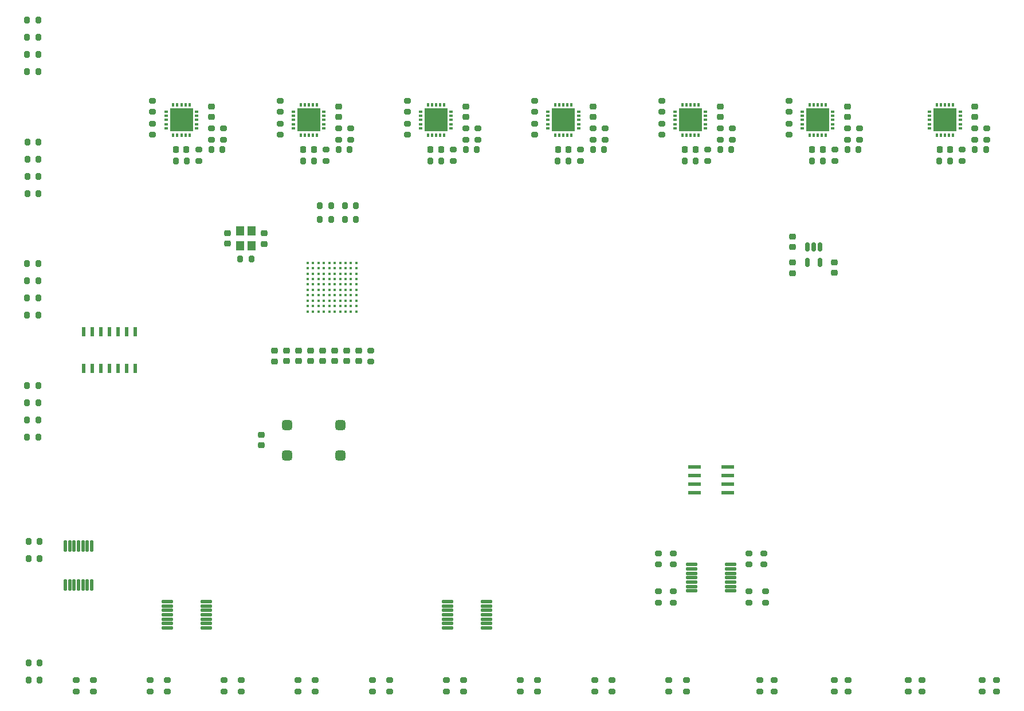
<source format=gbr>
%TF.GenerationSoftware,KiCad,Pcbnew,6.0.0*%
%TF.CreationDate,2022-01-12T19:51:10-05:00*%
%TF.ProjectId,sensor-board,73656e73-6f72-42d6-926f-6172642e6b69,-1*%
%TF.SameCoordinates,Original*%
%TF.FileFunction,Paste,Top*%
%TF.FilePolarity,Positive*%
%FSLAX46Y46*%
G04 Gerber Fmt 4.6, Leading zero omitted, Abs format (unit mm)*
G04 Created by KiCad (PCBNEW 6.0.0) date 2022-01-12 19:51:10*
%MOMM*%
%LPD*%
G01*
G04 APERTURE LIST*
G04 Aperture macros list*
%AMRoundRect*
0 Rectangle with rounded corners*
0 $1 Rounding radius*
0 $2 $3 $4 $5 $6 $7 $8 $9 X,Y pos of 4 corners*
0 Add a 4 corners polygon primitive as box body*
4,1,4,$2,$3,$4,$5,$6,$7,$8,$9,$2,$3,0*
0 Add four circle primitives for the rounded corners*
1,1,$1+$1,$2,$3*
1,1,$1+$1,$4,$5*
1,1,$1+$1,$6,$7*
1,1,$1+$1,$8,$9*
0 Add four rect primitives between the rounded corners*
20,1,$1+$1,$2,$3,$4,$5,0*
20,1,$1+$1,$4,$5,$6,$7,0*
20,1,$1+$1,$6,$7,$8,$9,0*
20,1,$1+$1,$8,$9,$2,$3,0*%
%AMOutline5P*
0 Free polygon, 5 corners , with rotation*
0 The origin of the aperture is its center*
0 number of corners: always 5*
0 $1 to $10 corner X, Y*
0 $11 Rotation angle, in degrees counterclockwise*
0 create outline with 5 corners*
4,1,5,$1,$2,$3,$4,$5,$6,$7,$8,$9,$10,$1,$2,$11*%
%AMOutline6P*
0 Free polygon, 6 corners , with rotation*
0 The origin of the aperture is its center*
0 number of corners: always 6*
0 $1 to $12 corner X, Y*
0 $13 Rotation angle, in degrees counterclockwise*
0 create outline with 6 corners*
4,1,6,$1,$2,$3,$4,$5,$6,$7,$8,$9,$10,$11,$12,$1,$2,$13*%
%AMOutline7P*
0 Free polygon, 7 corners , with rotation*
0 The origin of the aperture is its center*
0 number of corners: always 7*
0 $1 to $14 corner X, Y*
0 $15 Rotation angle, in degrees counterclockwise*
0 create outline with 7 corners*
4,1,7,$1,$2,$3,$4,$5,$6,$7,$8,$9,$10,$11,$12,$13,$14,$1,$2,$15*%
%AMOutline8P*
0 Free polygon, 8 corners , with rotation*
0 The origin of the aperture is its center*
0 number of corners: always 8*
0 $1 to $16 corner X, Y*
0 $17 Rotation angle, in degrees counterclockwise*
0 create outline with 8 corners*
4,1,8,$1,$2,$3,$4,$5,$6,$7,$8,$9,$10,$11,$12,$13,$14,$15,$16,$1,$2,$17*%
%AMFreePoly0*
4,1,5,1.675000,-1.675000,-1.675000,-1.675000,-1.675000,1.675000,1.675000,1.675000,1.675000,-1.675000,1.675000,-1.675000,$1*%
G04 Aperture macros list end*
%ADD10RoundRect,0.200000X0.200000X0.275000X-0.200000X0.275000X-0.200000X-0.275000X0.200000X-0.275000X0*%
%ADD11RoundRect,0.200000X0.275000X-0.200000X0.275000X0.200000X-0.275000X0.200000X-0.275000X-0.200000X0*%
%ADD12RoundRect,0.200000X-0.275000X0.200000X-0.275000X-0.200000X0.275000X-0.200000X0.275000X0.200000X0*%
%ADD13RoundRect,0.225000X0.250000X-0.225000X0.250000X0.225000X-0.250000X0.225000X-0.250000X-0.225000X0*%
%ADD14RoundRect,0.200000X-0.200000X-0.275000X0.200000X-0.275000X0.200000X0.275000X-0.200000X0.275000X0*%
%ADD15RoundRect,0.225000X-0.250000X0.225000X-0.250000X-0.225000X0.250000X-0.225000X0.250000X0.225000X0*%
%ADD16RoundRect,0.020500X0.764500X0.184500X-0.764500X0.184500X-0.764500X-0.184500X0.764500X-0.184500X0*%
%ADD17R,1.200000X1.400000*%
%ADD18RoundRect,0.225000X-0.225000X-0.250000X0.225000X-0.250000X0.225000X0.250000X-0.225000X0.250000X0*%
%ADD19RoundRect,0.150000X-0.150000X0.512500X-0.150000X-0.512500X0.150000X-0.512500X0.150000X0.512500X0*%
%ADD20RoundRect,0.375000X0.375000X0.375000X-0.375000X0.375000X-0.375000X-0.375000X0.375000X-0.375000X0*%
%ADD21Outline8P,-0.275000X0.180000X-0.255000X0.200000X0.255000X0.200000X0.275000X0.180000X0.275000X-0.180000X0.255000X-0.200000X-0.255000X-0.200000X-0.275000X-0.180000X90.000000*%
%ADD22Outline8P,-0.275000X0.180000X-0.255000X0.200000X0.255000X0.200000X0.275000X0.180000X0.275000X-0.180000X0.255000X-0.200000X-0.255000X-0.200000X-0.275000X-0.180000X180.000000*%
%ADD23FreePoly0,180.000000*%
%ADD24RoundRect,0.218750X-0.256250X0.218750X-0.256250X-0.218750X0.256250X-0.218750X0.256250X0.218750X0*%
%ADD25C,0.381000*%
%ADD26RoundRect,0.020500X-0.184500X0.764500X-0.184500X-0.764500X0.184500X-0.764500X0.184500X0.764500X0*%
%ADD27R,1.981200X0.540800*%
%ADD28R,0.533400X1.460500*%
G04 APERTURE END LIST*
D10*
X99285600Y-69892000D03*
X97635600Y-69892000D03*
D11*
X94235600Y-62642000D03*
X94235600Y-60992000D03*
D12*
X171171600Y-133500000D03*
X171171600Y-135150000D03*
D13*
X140502266Y-63367000D03*
X140502266Y-61817000D03*
D10*
X77335600Y-105589000D03*
X75685600Y-105589000D03*
D14*
X140502266Y-68242000D03*
X142152266Y-68242000D03*
D13*
X215702268Y-63367000D03*
X215702268Y-61817000D03*
D12*
X196893933Y-65092000D03*
X196893933Y-66742000D03*
D15*
X117565600Y-97940500D03*
X117565600Y-99490500D03*
D14*
X118962600Y-78497000D03*
X120612600Y-78497000D03*
D16*
X143549600Y-138901000D03*
X143549600Y-138251000D03*
X143549600Y-137601000D03*
X143549600Y-136951000D03*
X143549600Y-136301000D03*
X143549600Y-135651000D03*
X143549600Y-135001000D03*
X137809600Y-135001000D03*
X137809600Y-135651000D03*
X137809600Y-136301000D03*
X137809600Y-136951000D03*
X137809600Y-137601000D03*
X137809600Y-138251000D03*
X137809600Y-138901000D03*
D11*
X138652266Y-69892000D03*
X138652266Y-68242000D03*
D12*
X118286312Y-146629000D03*
X118286312Y-148279000D03*
X162079168Y-146629000D03*
X162079168Y-148279000D03*
D17*
X108885600Y-82442000D03*
X108885600Y-80242000D03*
X107185600Y-80242000D03*
X107185600Y-82442000D03*
D18*
X191693933Y-68242000D03*
X193243933Y-68242000D03*
D19*
X192876600Y-82627000D03*
X191926600Y-82627000D03*
X190976600Y-82627000D03*
X190976600Y-84902000D03*
X192876600Y-84902000D03*
D11*
X157460599Y-69892000D03*
X157460599Y-68242000D03*
D12*
X186040954Y-146625000D03*
X186040954Y-148275000D03*
X85441670Y-146629000D03*
X85441670Y-148279000D03*
D11*
X104685600Y-66742000D03*
X104685600Y-65092000D03*
D10*
X77335600Y-108129000D03*
X75685600Y-108129000D03*
D20*
X122010600Y-113422000D03*
X122010600Y-108922000D03*
X114110600Y-113422000D03*
X114110600Y-108922000D03*
D12*
X94235600Y-64392000D03*
X94235600Y-66042000D03*
D18*
X172885600Y-68242000D03*
X174435600Y-68242000D03*
D13*
X178085600Y-63367000D03*
X178085600Y-61817000D03*
D11*
X131852266Y-62642000D03*
X131852266Y-60992000D03*
X213852268Y-69892000D03*
X213852268Y-68242000D03*
X119843933Y-69892000D03*
X119843933Y-68242000D03*
D14*
X122635600Y-78497000D03*
X124285600Y-78497000D03*
D12*
X93849884Y-146629000D03*
X93849884Y-148279000D03*
D14*
X75685600Y-49109000D03*
X77335600Y-49109000D03*
D12*
X107338098Y-146629000D03*
X107338098Y-148279000D03*
X121693933Y-65092000D03*
X121693933Y-66742000D03*
D14*
X118962600Y-76465000D03*
X120612600Y-76465000D03*
D11*
X169435600Y-62642000D03*
X169435600Y-60992000D03*
X198693933Y-66742000D03*
X198693933Y-65092000D03*
D10*
X77360600Y-74709000D03*
X75710600Y-74709000D03*
D12*
X168935600Y-127857000D03*
X168935600Y-129507000D03*
D14*
X159310599Y-68242000D03*
X160960599Y-68242000D03*
D12*
X131852266Y-64392000D03*
X131852266Y-66042000D03*
D21*
X210102268Y-66092000D03*
X210702268Y-66092000D03*
X211302268Y-66092000D03*
X211902268Y-66092000D03*
X212502268Y-66092000D03*
D22*
X213552268Y-65042000D03*
X213552268Y-64442000D03*
X213552268Y-63842000D03*
X213552268Y-63242000D03*
X213552268Y-62642000D03*
D21*
X212502268Y-61642000D03*
X211902268Y-61642000D03*
X211302268Y-61642000D03*
X210702268Y-61642000D03*
X210102268Y-61642000D03*
D22*
X209052268Y-62642000D03*
X209052268Y-63242000D03*
X209052268Y-63842000D03*
X209052268Y-64442000D03*
X209052268Y-65042000D03*
D23*
X211302268Y-63842000D03*
D13*
X110735600Y-82142000D03*
X110735600Y-80592000D03*
D12*
X170487382Y-146629000D03*
X170487382Y-148279000D03*
D11*
X168971600Y-135150000D03*
X168971600Y-133500000D03*
D12*
X178085600Y-65092000D03*
X178085600Y-66742000D03*
X159310599Y-65092000D03*
X159310599Y-66742000D03*
X151130954Y-146629000D03*
X151130954Y-148279000D03*
D21*
X97285600Y-66092000D03*
X97885600Y-66092000D03*
X98485600Y-66092000D03*
X99085600Y-66092000D03*
X99685600Y-66092000D03*
D22*
X100735600Y-65042000D03*
X100735600Y-64442000D03*
X100735600Y-63842000D03*
X100735600Y-63242000D03*
X100735600Y-62642000D03*
D21*
X99685600Y-61642000D03*
X99085600Y-61642000D03*
X98485600Y-61642000D03*
X97885600Y-61642000D03*
X97285600Y-61642000D03*
D22*
X96235600Y-62642000D03*
X96235600Y-63242000D03*
X96235600Y-63842000D03*
X96235600Y-64442000D03*
X96235600Y-65042000D03*
D23*
X98485600Y-63842000D03*
D15*
X124677600Y-97940500D03*
X124677600Y-99490500D03*
D11*
X161110599Y-66742000D03*
X161110599Y-65092000D03*
D12*
X215702268Y-65092000D03*
X215702268Y-66742000D03*
D18*
X135302266Y-68242000D03*
X136852266Y-68242000D03*
D15*
X105335600Y-80567000D03*
X105335600Y-82117000D03*
D12*
X207937382Y-146625000D03*
X207937382Y-148275000D03*
X140182740Y-146629000D03*
X140182740Y-148279000D03*
X115746312Y-146629000D03*
X115746312Y-148279000D03*
D13*
X121693933Y-63367000D03*
X121693933Y-61817000D03*
D11*
X150660599Y-62642000D03*
X150660599Y-60992000D03*
D10*
X77335600Y-54189000D03*
X75685600Y-54189000D03*
D18*
X116493933Y-68242000D03*
X118043933Y-68242000D03*
D13*
X196893933Y-63367000D03*
X196893933Y-61817000D03*
D18*
X97685600Y-68242000D03*
X99235600Y-68242000D03*
D10*
X77335600Y-87609000D03*
X75685600Y-87609000D03*
D11*
X176235600Y-69892000D03*
X176235600Y-68242000D03*
D10*
X118093933Y-69892000D03*
X116443933Y-69892000D03*
X77335600Y-51649000D03*
X75685600Y-51649000D03*
X77561790Y-126109000D03*
X75911790Y-126109000D03*
D12*
X194937740Y-146629000D03*
X194937740Y-148279000D03*
D14*
X215702268Y-68242000D03*
X217352268Y-68242000D03*
D10*
X77360600Y-72169000D03*
X75710600Y-72169000D03*
X77335600Y-56729000D03*
X75685600Y-56729000D03*
D12*
X126455600Y-97890500D03*
X126455600Y-99540500D03*
X104798098Y-146629000D03*
X104798098Y-148279000D03*
X129234526Y-146629000D03*
X129234526Y-148279000D03*
D21*
X153710599Y-66092000D03*
X154310599Y-66092000D03*
X154910599Y-66092000D03*
X155510599Y-66092000D03*
X156110599Y-66092000D03*
D22*
X157160599Y-65042000D03*
X157160599Y-64442000D03*
X157160599Y-63842000D03*
X157160599Y-63242000D03*
X157160599Y-62642000D03*
D21*
X156110599Y-61642000D03*
X155510599Y-61642000D03*
X154910599Y-61642000D03*
X154310599Y-61642000D03*
X153710599Y-61642000D03*
D22*
X152660599Y-62642000D03*
X152660599Y-63242000D03*
X152660599Y-63842000D03*
X152660599Y-64442000D03*
X152660599Y-65042000D03*
D23*
X154910599Y-63842000D03*
D15*
X121121600Y-97940500D03*
X121121600Y-99490500D03*
D12*
X126694526Y-146629000D03*
X126694526Y-148279000D03*
D15*
X114009600Y-97940500D03*
X114009600Y-99490500D03*
D14*
X75710600Y-67089000D03*
X77360600Y-67089000D03*
D11*
X142302266Y-66742000D03*
X142302266Y-65092000D03*
D13*
X188802400Y-82614600D03*
X188802400Y-81064600D03*
D14*
X178085600Y-68242000D03*
X179735600Y-68242000D03*
D24*
X112231600Y-97928000D03*
X112231600Y-99503000D03*
D10*
X155710599Y-69892000D03*
X154060599Y-69892000D03*
D11*
X171135600Y-129507000D03*
X171135600Y-127857000D03*
D12*
X102885600Y-65092000D03*
X102885600Y-66742000D03*
D14*
X121693933Y-68242000D03*
X123343933Y-68242000D03*
D12*
X148590954Y-146629000D03*
X148590954Y-148279000D03*
X169435600Y-64392000D03*
X169435600Y-66042000D03*
D14*
X102885600Y-68242000D03*
X104535600Y-68242000D03*
D21*
X134902266Y-66092000D03*
X135502266Y-66092000D03*
X136102266Y-66092000D03*
X136702266Y-66092000D03*
X137302266Y-66092000D03*
D22*
X138352266Y-65042000D03*
X138352266Y-64442000D03*
X138352266Y-63842000D03*
X138352266Y-63242000D03*
X138352266Y-62642000D03*
D21*
X137302266Y-61642000D03*
X136702266Y-61642000D03*
X136102266Y-61642000D03*
X135502266Y-61642000D03*
X134902266Y-61642000D03*
D22*
X133852266Y-62642000D03*
X133852266Y-63242000D03*
X133852266Y-63842000D03*
X133852266Y-64442000D03*
X133852266Y-65042000D03*
D23*
X136102266Y-63842000D03*
D12*
X196989168Y-146625000D03*
X196989168Y-148275000D03*
D21*
X191293933Y-66092000D03*
X191893933Y-66092000D03*
X192493933Y-66092000D03*
X193093933Y-66092000D03*
X193693933Y-66092000D03*
D22*
X194743933Y-65042000D03*
X194743933Y-64442000D03*
X194743933Y-63842000D03*
X194743933Y-63242000D03*
X194743933Y-62642000D03*
D21*
X193693933Y-61642000D03*
X193093933Y-61642000D03*
X192493933Y-61642000D03*
X191893933Y-61642000D03*
X191293933Y-61642000D03*
D22*
X190243933Y-62642000D03*
X190243933Y-63242000D03*
X190243933Y-63842000D03*
X190243933Y-64442000D03*
X190243933Y-65042000D03*
D23*
X192493933Y-63842000D03*
D13*
X102885600Y-63367000D03*
X102885600Y-61817000D03*
D11*
X123493933Y-66742000D03*
X123493933Y-65092000D03*
D15*
X195000000Y-84900000D03*
X195000000Y-86450000D03*
D12*
X150660599Y-64392000D03*
X150660599Y-66042000D03*
X113043933Y-64392000D03*
X113043933Y-66042000D03*
D14*
X122645600Y-76465000D03*
X124295600Y-76465000D03*
D25*
X117135600Y-84942000D03*
X117935600Y-84942000D03*
X118735600Y-84942000D03*
X119535600Y-84942000D03*
X120335600Y-84942000D03*
X121135600Y-84942000D03*
X121935600Y-84942000D03*
X122735600Y-84942000D03*
X123535600Y-84942000D03*
X124335599Y-84942000D03*
X117135600Y-85742000D03*
X117935600Y-85742000D03*
X118735600Y-85742000D03*
X119535600Y-85742000D03*
X120335600Y-85742000D03*
X121135600Y-85742000D03*
X121935600Y-85742000D03*
X122735600Y-85742000D03*
X123535600Y-85742000D03*
X124335599Y-85742000D03*
X117135600Y-86542000D03*
X117935600Y-86542000D03*
X118735600Y-86542000D03*
X119535600Y-86542000D03*
X120335600Y-86542000D03*
X121135600Y-86542000D03*
X121935600Y-86542000D03*
X122735600Y-86542000D03*
X123535600Y-86542000D03*
X124335599Y-86542000D03*
X117135600Y-87342000D03*
X117935600Y-87342000D03*
X118735600Y-87342000D03*
X119535600Y-87342000D03*
X120335600Y-87342000D03*
X121135600Y-87342000D03*
X121935600Y-87342000D03*
X122735600Y-87342000D03*
X123535600Y-87342000D03*
X124335599Y-87342000D03*
X117135600Y-88142000D03*
X117935600Y-88142000D03*
X118735600Y-88142000D03*
X119535600Y-88142000D03*
X120335600Y-88142000D03*
X121135600Y-88142000D03*
X121935600Y-88142000D03*
X122735600Y-88142000D03*
X123535600Y-88142000D03*
X124335599Y-88142000D03*
X117135600Y-88942000D03*
X117935600Y-88942000D03*
X118735600Y-88942000D03*
X119535600Y-88942000D03*
X120335600Y-88942000D03*
X121135600Y-88942000D03*
X121935600Y-88942000D03*
X122735600Y-88942000D03*
X123535600Y-88942000D03*
X124335599Y-88942000D03*
X117135600Y-89742000D03*
X117935600Y-89742000D03*
X118735600Y-89742000D03*
X119535600Y-89742000D03*
X120335600Y-89742000D03*
X121135600Y-89742000D03*
X121935600Y-89742000D03*
X122735600Y-89742000D03*
X123535600Y-89742000D03*
X124335599Y-89742000D03*
X117135600Y-90542000D03*
X117935600Y-90542000D03*
X118735600Y-90542000D03*
X119535600Y-90542000D03*
X120335600Y-90542000D03*
X121135600Y-90542000D03*
X121935600Y-90542000D03*
X122735600Y-90542000D03*
X123535600Y-90542000D03*
X124335599Y-90542000D03*
X117135600Y-91342000D03*
X117935600Y-91342000D03*
X118735600Y-91342000D03*
X119535600Y-91342000D03*
X120335600Y-91342000D03*
X121135600Y-91342000D03*
X121935600Y-91342000D03*
X122735600Y-91342000D03*
X123535600Y-91342000D03*
X124335599Y-91342000D03*
X117135600Y-92141999D03*
X117935600Y-92141999D03*
X118735600Y-92141999D03*
X119535600Y-92141999D03*
X120335600Y-92141999D03*
X121135600Y-92141999D03*
X121935600Y-92141999D03*
X122735600Y-92141999D03*
X123535600Y-92141999D03*
X124335599Y-92141999D03*
D10*
X77335600Y-92689000D03*
X75685600Y-92689000D03*
D12*
X82901670Y-146629000D03*
X82901670Y-148279000D03*
D15*
X119343600Y-97940500D03*
X119343600Y-99490500D03*
D12*
X159539168Y-146629000D03*
X159539168Y-148279000D03*
D10*
X77561790Y-128649000D03*
X75911790Y-128649000D03*
D15*
X188802400Y-84925400D03*
X188802400Y-86475400D03*
D13*
X159310599Y-63367000D03*
X159310599Y-61817000D03*
D16*
X179641600Y-133440000D03*
X179641600Y-132790000D03*
X179641600Y-132140000D03*
X179641600Y-131490000D03*
X179641600Y-130840000D03*
X179641600Y-130190000D03*
X179641600Y-129540000D03*
X173901600Y-129540000D03*
X173901600Y-130190000D03*
X173901600Y-130840000D03*
X173901600Y-131490000D03*
X173901600Y-132140000D03*
X173901600Y-132790000D03*
X173901600Y-133440000D03*
D11*
X188243933Y-62642000D03*
X188243933Y-60992000D03*
D16*
X102178600Y-138901000D03*
X102178600Y-138251000D03*
X102178600Y-137601000D03*
X102178600Y-136951000D03*
X102178600Y-136301000D03*
X102178600Y-135651000D03*
X102178600Y-135001000D03*
X96438600Y-135001000D03*
X96438600Y-135651000D03*
X96438600Y-136301000D03*
X96438600Y-136951000D03*
X96438600Y-137601000D03*
X96438600Y-138251000D03*
X96438600Y-138901000D03*
D12*
X173071670Y-146629000D03*
X173071670Y-148279000D03*
D11*
X113043933Y-62642000D03*
X113043933Y-60992000D03*
D10*
X77335600Y-110669000D03*
X75685600Y-110669000D03*
D26*
X85225600Y-126793000D03*
X84575600Y-126793000D03*
X83925600Y-126793000D03*
X83275600Y-126793000D03*
X82625600Y-126793000D03*
X81975600Y-126793000D03*
X81325600Y-126793000D03*
X81325600Y-132533000D03*
X81975600Y-132533000D03*
X82625600Y-132533000D03*
X83275600Y-132533000D03*
X83925600Y-132533000D03*
X84575600Y-132533000D03*
X85225600Y-132533000D03*
D12*
X184585600Y-127857000D03*
X184585600Y-129507000D03*
D14*
X75685600Y-85069000D03*
X77335600Y-85069000D03*
D12*
X96389884Y-146629000D03*
X96389884Y-148279000D03*
D13*
X110310600Y-111897000D03*
X110310600Y-110347000D03*
D12*
X216834172Y-146629000D03*
X216834172Y-148279000D03*
D27*
X174282601Y-115107000D03*
X174282601Y-116377000D03*
X174282601Y-117647000D03*
X174282601Y-118917000D03*
X179212599Y-118917000D03*
X179212599Y-117647000D03*
X179212599Y-116377000D03*
X179212599Y-115107000D03*
D21*
X172485600Y-66092000D03*
X173085600Y-66092000D03*
X173685600Y-66092000D03*
X174285600Y-66092000D03*
X174885600Y-66092000D03*
D22*
X175935600Y-65042000D03*
X175935600Y-64442000D03*
X175935600Y-63842000D03*
X175935600Y-63242000D03*
X175935600Y-62642000D03*
D21*
X174885600Y-61642000D03*
X174285600Y-61642000D03*
X173685600Y-61642000D03*
X173085600Y-61642000D03*
X172485600Y-61642000D03*
D22*
X171435600Y-62642000D03*
X171435600Y-63242000D03*
X171435600Y-63842000D03*
X171435600Y-64442000D03*
X171435600Y-65042000D03*
D23*
X173685600Y-63842000D03*
D21*
X116093933Y-66092000D03*
X116693933Y-66092000D03*
X117293933Y-66092000D03*
X117893933Y-66092000D03*
X118493933Y-66092000D03*
D22*
X119543933Y-65042000D03*
X119543933Y-64442000D03*
X119543933Y-63842000D03*
X119543933Y-63242000D03*
X119543933Y-62642000D03*
D21*
X118493933Y-61642000D03*
X117893933Y-61642000D03*
X117293933Y-61642000D03*
X116693933Y-61642000D03*
X116093933Y-61642000D03*
D22*
X115043933Y-62642000D03*
X115043933Y-63242000D03*
X115043933Y-63842000D03*
X115043933Y-64442000D03*
X115043933Y-65042000D03*
D23*
X117293933Y-63842000D03*
D15*
X122899600Y-97940500D03*
X122899600Y-99490500D03*
D14*
X107185600Y-84367000D03*
X108835600Y-84367000D03*
D11*
X179885600Y-66742000D03*
X179885600Y-65092000D03*
D12*
X182371600Y-133500000D03*
X182371600Y-135150000D03*
D11*
X217502268Y-66742000D03*
X217502268Y-65092000D03*
D15*
X115787600Y-97940500D03*
X115787600Y-99490500D03*
D12*
X205885954Y-146629000D03*
X205885954Y-148279000D03*
D10*
X193293933Y-69892000D03*
X191643933Y-69892000D03*
D11*
X182335600Y-129507000D03*
X182335600Y-127857000D03*
X101035600Y-69892000D03*
X101035600Y-68242000D03*
D12*
X183989526Y-146629000D03*
X183989526Y-148279000D03*
D10*
X77561790Y-146629000D03*
X75911790Y-146629000D03*
D18*
X154110599Y-68242000D03*
X155660599Y-68242000D03*
D11*
X184771600Y-135150000D03*
X184771600Y-133500000D03*
X195043933Y-69892000D03*
X195043933Y-68242000D03*
D12*
X218885600Y-146625000D03*
X218885600Y-148275000D03*
D14*
X196893933Y-68242000D03*
X198543933Y-68242000D03*
D28*
X84025600Y-100557150D03*
X85295600Y-100557150D03*
X86565600Y-100557150D03*
X87835600Y-100557150D03*
X89105600Y-100557150D03*
X90375600Y-100557150D03*
X91645600Y-100557150D03*
X91645600Y-95108850D03*
X90375600Y-95108850D03*
X89105600Y-95108850D03*
X87835600Y-95108850D03*
X86565600Y-95108850D03*
X85295600Y-95108850D03*
X84025600Y-95108850D03*
D14*
X75685600Y-103049000D03*
X77335600Y-103049000D03*
D10*
X136902266Y-69892000D03*
X135252266Y-69892000D03*
X77335600Y-90149000D03*
X75685600Y-90149000D03*
D12*
X140502266Y-65092000D03*
X140502266Y-66742000D03*
X188243933Y-64392000D03*
X188243933Y-66042000D03*
D18*
X210502268Y-68242000D03*
X212052268Y-68242000D03*
D10*
X174485600Y-69892000D03*
X172835600Y-69892000D03*
X77360600Y-69629000D03*
X75710600Y-69629000D03*
D12*
X137642740Y-146629000D03*
X137642740Y-148279000D03*
D10*
X212102268Y-69892000D03*
X210452268Y-69892000D03*
X77561790Y-144089000D03*
X75911790Y-144089000D03*
M02*

</source>
